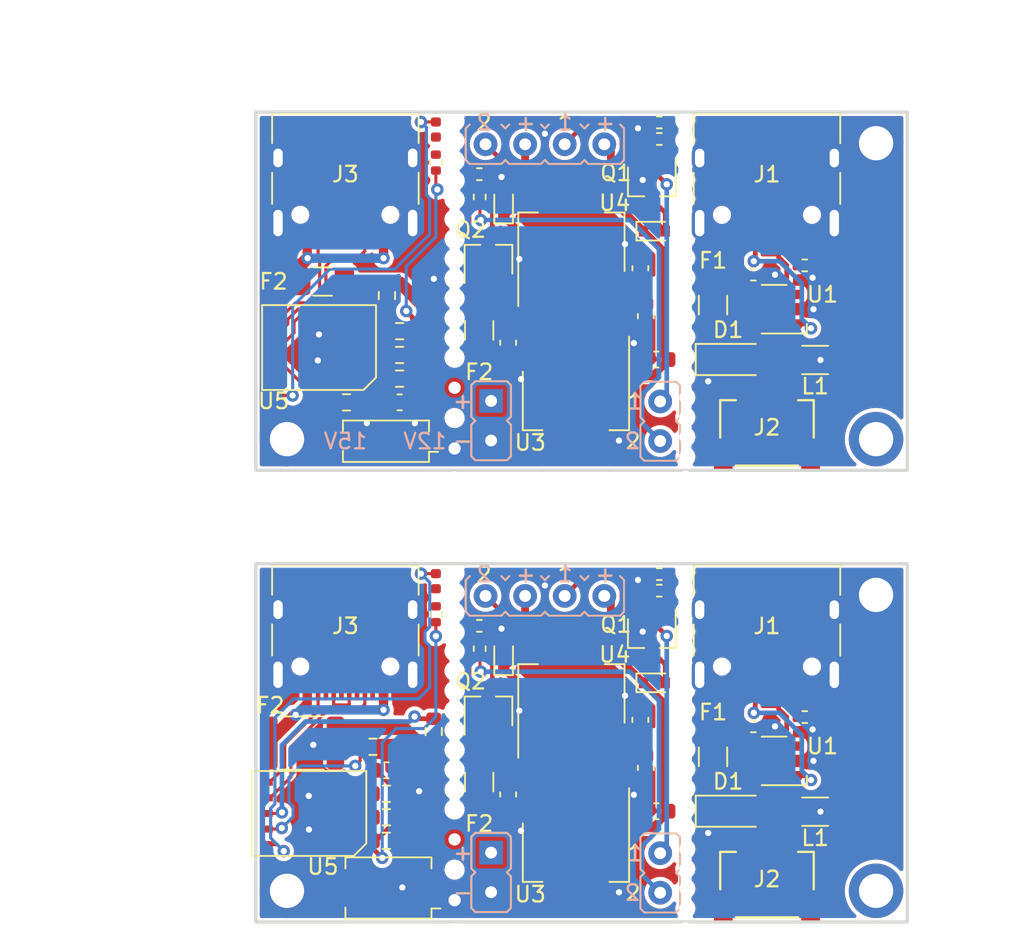
<source format=kicad_pcb>
(kicad_pcb (version 20211014) (generator pcbnew)
  (layers (0 "F.Cu" signal) (31 "B.Cu" signal) (34 "B.Paste" user) (35 "F.Paste" user) (36 "B.SilkS" user "B.Silkscreen") (37 "F.SilkS" user "F.Silkscreen") (38 "B.Mask" user) (39 "F.Mask" user) (44 "Edge.Cuts" user))
  (net 0 "")
  (net 1 "GNDPWR")
  (net 2 "VBUS")
  (net 3 "+12V")
  (net 4 "VCC")
  (net 5 "GND")
  (net 6 "D+")
  (net 7 "D-")
  (net 8 "CC1")
  (net 9 "CC2")
  (net 10 "S1")
  (net 11 "S2")
  (net 12 "S1_MOS")
  (net 13 "S2_MOS")
  (net 14 "S1_OUT")
  (net 15 "S2_OUT")
  (net 16 "VDD")
  (net 17 "VBUS_IN")
  (net 18 "CFG2")
  (net 19 "CFG3")
  (net 20 "CFG1")
  (net 21 "PG")
  (net 22 "LED_PWR")
  (footprint "Package_TO_SOT_SMD:SOT-223" (layer "F.Cu") (at 40.248815 28.357657 90)
    (fp_text reference "U4")
    (fp_text value "C26184")
  )
  (footprint "Resistor_SMD:R_0402_1005Metric" (layer "F.Cu") (at 51.925892 30.436168)
    (fp_text reference "R2" hide)
    (fp_text value "5.1k")
  )
  (footprint "Resistor_SMD:R_0402_1005Metric" (layer "F.Cu") (at 51.925892 59.436168)
    (fp_text reference "R2" hide)
    (fp_text value "5.1k")
  )
  (footprint "Connector_USB:USB_C_Receptacle_HRO_TYPE-C-31-M-12" (layer "F.Cu") (at 25.745327 23.994483 180)
    (fp_text reference "J3")
    (fp_text value "USB_C_Receptacle_HRO_TYPE-C-31-M-12")
  )
  (footprint "Fuse:Fuse_1206_3216Metric" (layer "F.Cu") (at 49.337601 61.393986 -90)
    (fp_text reference "F1")
    (fp_text value "500mA")
  )
  (footprint "Resistor_SMD:R_0603_1608Metric" (layer "F.Cu") (at 28.411513 31.784925 90)
    (fp_text reference "REF**3" hide)
    (fp_text value "R_0603_1608Metric")
  )
  (footprint "Diode_SMD:D_SOD-123F" (layer "F.Cu") (at 50.428731 35.887041)
    (fp_text reference "D1")
    (fp_text value "SMF9.0CA")
  )
  (footprint "Capacitor_SMD:C_0603_1608Metric" (layer "F.Cu") (at 44.674739 30.025943 -90)
    (fp_text reference "C4" hide)
    (fp_text value "10uF")
  )
  (footprint "Package_SO:SSOP-10-1.0pitch" (layer "F.Cu") (at 23.433132 65.033442 90)
    (fp_text reference "U5")
    (fp_text value "CH224K")
  )
  (footprint "random-keyboard-parts:breakaway-mousebites" (layer "F.Cu") (at 32.5 63.5 -90)
    (fp_text reference "REF**")
    (fp_text value "breakaway-mousebites")
  )
  (footprint "Resistor_SMD:R_0603_1608Metric" (layer "F.Cu") (at 29.226665 37.11598 180)
    (fp_text reference "REF**4" hide)
    (fp_text value "R_0603_1608Metric")
  )
  (footprint "Connector_USB:USB_C_Receptacle_HRO_TYPE-C-31-M-12" (layer "F.Cu") (at 52.8 53 180)
    (fp_text reference "J1")
    (fp_text value "USB_C_Receptacle_HRO_TYPE-C-31-M-12")
  )
  (footprint "acheron_Connectors:PinHeader_1x2_P2.54mm_Vertical" (layer "F.Cu") (at 45.947089 39.85295)
    (fp_text reference "J3" hide)
    (fp_text value "Conn_01x02_Male" hide)
  )
  (footprint "" (layer "F.Cu") (at 59.8 22)
    (fp_text reference "")
    (fp_text value "")
  )
  (footprint "Diode_SMD:D_SOD-523" (layer "F.Cu") (at 45.571597 27.64602)
    (fp_text reference "D1" hide)
    (fp_text value "2.2k")
  )
  (footprint "Resistor_SMD:R_0402_1005Metric" (layer "F.Cu") (at 34.366538 54.45424 90)
    (fp_text reference "R6" hide)
    (fp_text value "2.2k")
  )
  (footprint "Fuse:Fuse_1206_3216Metric" (layer "F.Cu") (at 49.337601 32.393986 -90)
    (fp_text reference "F1")
    (fp_text value "500mA")
  )
  (footprint "Resistor_SMD:R_0603_1608Metric" (layer "F.Cu") (at 29.226665 34.067155 180)
    (fp_text reference "REF**1" hide)
    (fp_text value "R_0603_1608Metric")
  )
  (footprint "Diode_SMD:D_SOD-523" (layer "F.Cu") (at 45.571597 56.64602)
    (fp_text reference "D1" hide)
    (fp_text value "2.2k")
  )
  (footprint "Resistor_SMD:R_0402_1005Metric" (layer "F.Cu") (at 34.343363 23.987492 180)
    (fp_text reference "R4" hide)
    (fp_text value "2.2k")
  )
  (footprint "" (layer "F.Cu") (at 59.8 25.847628)
    (fp_text reference "")
    (fp_text value "")
  )
  (footprint "Resistor_SMD:R_0402_1005Metric" (layer "F.Cu") (at 34.343363 52.987492 180)
    (fp_text reference "R4" hide)
    (fp_text value "2.2k")
  )
  (footprint "Fuse:Fuse_1206_3216Metric" (layer "F.Cu") (at 24.280485 30.879982)
    (fp_text reference "F2")
    (fp_text value "Fuse_1206_3216Metric")
  )
  (footprint "Capacitor_SMD:C_0603_1608Metric" (layer "F.Cu") (at 36.188311 34.813473 90)
    (fp_text reference "C1" hide)
    (fp_text value "10uF")
  )
  (footprint "acheron_Connectors:PinHeader_1x4_P2.54mm_Vertical" (layer "F.Cu") (at 38.549985 51.066568 90)
    (fp_text reference "J3" hide)
    (fp_text value "Conn_01x02_Male" hide)
  )
  (footprint "Resistor_SMD:R_0402_1005Metric" (layer "F.Cu") (at 45.888972 20.664898)
    (fp_text reference "R3" hide)
    (fp_text value "2.2k")
  )
  (footprint "Capacitor_SMD:C_0603_1608Metric" (layer "F.Cu") (at 45.699966 64.888436)
    (fp_text reference "C3" hide)
    (fp_text value "10uF")
  )
  (footprint "" (layer "F.Cu") (at 22 41)
    (fp_text reference "")
    (fp_text value "")
  )
  (footprint "Capacitor_SMD:C_0603_1608Metric" (layer "F.Cu") (at 45.027421 62.105761 90)
    (fp_text reference "C2" hide)
    (fp_text value "10uF")
  )
  (footprint "Resistor_SMD:R_0402_1005Metric" (layer "F.Cu") (at 45.888972 50.72821)
    (fp_text reference "R5" hide)
    (fp_text value "2.2k")
  )
  (footprint "Button_Switch_SMD:SW_DIP_SPSTx02_Slide_Copal_CHS-02A_W5.08mm_P1.27mm_JPin" (layer "F.Cu") (at 28.508952 69.81584 180)
    (fp_text reference "REF**" hide)
    (fp_text value "SW_DIP_SPSTx02_Slide_Copal_CHS-02A_W5.08mm_P1.27mm_JPin")
  )
  (footprint "Resistor_SMD:R_0603_1608Metric" (layer "F.Cu") (at 31.412619 59.775513 -90)
    (fp_text reference "REF**3" hide)
    (fp_text value "R_0603_1608Metric")
  )
  (footprint "Fuse:Fuse_1812_4532Metric" (layer "F.Cu") (at 22.967024 60.512946)
    (fp_text reference "F2")
    (fp_text value "Fuse_1812_4532Metric")
  )
  (footprint "Capacitor_SMD:C_0603_1608Metric" (layer "F.Cu") (at 29.226665 38.63846)
    (fp_text reference "REF**" hide)
    (fp_text value "C_0603_1608Metric")
  )
  (footprint "random-keyboard-parts:breakaway-mousebites" (layer "F.Cu") (at 47.308073 34.448204 -90)
    (fp_text reference "REF**")
    (fp_text value "breakaway-mousebites")
  )
  (footprint "Fuse:Fuse_1206_3216Metric" (layer "F.Cu") (at 34.331274 63.014304 90)
    (fp_text reference "F2")
    (fp_text value "Fuse_1206_3216Metric")
  )
  (footprint "Resistor_SMD:R_0603_1608Metric" (layer "F.Cu") (at 28.381515 63.768232 180)
    (fp_text reference "REF**1" hide)
    (fp_text value "R_0603_1608Metric")
  )
  (footprint "Capacitor_SMD:C_0603_1608Metric" (layer "F.Cu") (at 45.699966 35.888436)
    (fp_text reference "C3" hide)
    (fp_text value "10uF")
  )
  (footprint "Diode_SMD:D_SOD-523" (layer "F.Cu") (at 35.90011 25.998535 90)
    (fp_text reference "D2" hide)
    (fp_text value "2.2k")
  )
  (footprint "random-keyboard-parts:JST-SR-4" (layer "F.Cu") (at 52.8 42.9)
    (fp_text reference "J2")
    (fp_text value "JST-SR-4")
  )
  (footprint "" (layer "F.Cu") (at 59.8 54.847628)
    (fp_text reference "")
    (fp_text value "")
  )
  (footprint "" (layer "F.Cu") (at 59.8 51)
    (fp_text reference "")
    (fp_text value "")
  )
  (footprint "" (layer "F.Cu") (at 22 70)
    (fp_text reference "")
    (fp_text value "")
  )
  (footprint "Diode_SMD:D_SOD-523" (layer "F.Cu") (at 35.90011 54.998535 90)
    (fp_text reference "D2" hide)
    (fp_text value "2.2k")
  )
  (footprint "Resistor_SMD:R_0603_1608Metric" (layer "F.Cu") (at 27.513967 60.751978 180)
    (fp_text reference "REF**" hide)
    (fp_text value "R_0603_1608Metric")
  )
  (footprint "Package_TO_SOT_SMD:TSOT-23" (layer "F.Cu") (at 34.906621 58.47557 90)
    (fp_text reference "Q2")
    (fp_text value "TSOT-23")
  )
  (footprint "random-keyboard-parts:JST-SR-4" (layer "F.Cu") (at 52.8 71.9)
    (fp_text reference "J2")
    (fp_text value "JST-SR-4")
  )
  (footprint "Inductor_SMD:L_1206_3216Metric" (layer "F.Cu") (at 55.889559 35.918338)
    (fp_text reference "L1")
    (fp_text value "L_1206_3216Metric")
  )
  (footprint "Resistor_SMD:R_0402_1005Metric" (layer "F.Cu") (at 55.225796 29.843697)
    (fp_text reference "R1" hide)
    (fp_text value "5.1k")
  )
  (footprint "Capacitor_SMD:C_0603_1608Metric" (layer "F.Cu") (at 28.381515 62.26113)
    (fp_text reference "REF**" hide)
    (fp_text value "C_0603_1608Metric")
  )
  (footprint "Resistor_SMD:R_0402_1005Metric" (layer "F.Cu") (at 34.366538 25.45424 90)
    (fp_text reference "R6" hide)
    (fp_text value "2.2k")
  )
  (footprint "Resistor_SMD:R_0603_1608Metric" (layer "F.Cu") (at 25.817837 38.63846 180)
    (fp_text reference "REF**" hide)
    (fp_text value "R_0603_1608Metric")
  )
  (footprint "Resistor_SMD:R_0402_1005Metric" (layer "F.Cu") (at 31.553823 52.243246 90)
    (fp_text reference "REF**" hide)
    (fp_text value "R_0402_1005Metric")
  )
  (footprint "marbastlib-various:SOT-23-6-routable" (layer "F.Cu") (at 53.26005 32.658296 180)
    (fp_text reference "U1")
    (fp_text value "SRV05-4")
  )
  (footprint "Connector_USB:USB_C_Receptacle_HRO_TYPE-C-31-M-12" (layer "F.Cu") (at 52.8 24 180)
    (fp_text reference "J1")
    (fp_text value "USB_C_Receptacle_HRO_TYPE-C-31-M-12")
  )
  (footprint "Package_TO_SOT_SMD:TSOT-23" (layer "F.Cu") (at 45.428718 24.459642 -90)
    (fp_text reference "Q1")
    (fp_text value "TSOT-23")
  )
  (footprint "Resistor_SMD:R_0402_1005Metric" (layer "F.Cu") (at 31.553823 23.243246 90)
    (fp_text reference "REF**" hide)
    (fp_text value "R_0402_1005Metric")
  )
  (footprint "marbastlib-various:SOT-23-6-routable" (layer "F.Cu") (at 53.26005 61.658296 180)
    (fp_text reference "U1")
    (fp_text value "SRV05-4")
  )
  (footprint "Diode_SMD:D_SOD-123F" (layer "F.Cu") (at 50.428731 64.887041)
    (fp_text reference "D1")
    (fp_text value "SMF9.0CA")
  )
  (footprint "acheron_Connectors:PinHeader_1x2_P2.54mm_Vertical" (layer "F.Cu") (at 35.096888 39.817793)
    (fp_text reference "J3" hide)
    (fp_text value "Conn_01x02_Male" hide)
  )
  (footprint "Resistor_SMD:R_0402_1005Metric" (layer "F.Cu") (at 45.888972 49.664898)
    (fp_text reference "R3" hide)
    (fp_text value "2.2k")
  )
  (footprint "Inductor_SMD:L_1206_3216Metric" (layer "F.Cu") (at 55.889559 64.918338)
    (fp_text reference "L1")
    (fp_text value "L_1206_3216Metric")
  )
  (footprint "Package_TO_SOT_SMD:TSOT-23" (layer "F.Cu") (at 45.428718 53.459642 -90)
    (fp_text reference "Q1")
    (fp_text value "TSOT-23")
  )
  (footprint "Capacitor_SMD:C_0603_1608Metric" (layer "F.Cu") (at 36.188311 63.813473 90)
    (fp_text reference "C1" hide)
    (fp_text value "10uF")
  )
  (footprint "Package_SO:SSOP-10-1.0pitch" (layer "F.Cu") (at 24.056076 35.116729 90)
    (fp_text reference "U5")
    (fp_text value "CH224K")
  )
  (footprint "Resistor_SMD:R_0603_1608Metric" (layer "F.Cu") (at 28.381515 66.786535 180)
    (fp_text reference "REF**4" hide)
    (fp_text value "R_0603_1608Metric")
  )
  (footprint "Resistor_SMD:R_0603_1608Metric" (layer "F.Cu") (at 29.226665 35.594249 180)
    (fp_text reference "REF**" hide)
    (fp_text value "R_0603_1608Metric")
  )
  (footprint "Resistor_SMD:R_0603_1608Metric" (layer "F.Cu") (at 28.381515 65.277384 180)
    (fp_text reference "REF**" hide)
    (fp_text value "R_0603_1608Metric")
  )
  (footprint "Button_Switch_SMD:SW_DIP_SPSTx01_Slide_Copal_CHS-01A_W5.08mm_P1.27mm_JPin" (layer "F.Cu") (at 28.351059 41.133663 180)
    (fp_text reference "REF**" hide)
    (fp_text value "SW_DIP_SPSTx01_Slide_Copal_CHS-01A_W5.08mm_P1.27mm_JPin")
  )
  (footprint "Resistor_SMD:R_0402_1005Metric" (layer "F.Cu") (at 45.888972 21.72821)
    (fp_text reference "R5" hide)
    (fp_text value "2.2k")
  )
  (footprint "LED_SMD:LED_0402_1005Metric" (layer "F.Cu") (at 31.553823 50.121001 -90)
    (fp_text reference "REF**" hide)
    (fp_text value "LED_0402_1005Metric")
  )
  (footprint "acheron_Connectors:PinHeader_1x2_P2.54mm_Vertical" (layer "F.Cu") (at 35.096888 68.817793)
    (fp_text reference "J3" hide)
    (fp_text value "Conn_01x02_Male" hide)
  )
  (footprint "random-keyboard-parts:breakaway-mousebites" (layer "F.Cu") (at 32.5 34.5 -90)
    (fp_text reference "REF**")
    (fp_text value "breakaway-mousebites")
  )
  (footprint "Package_TO_SOT_SMD:SOT-223" (layer "F.Cu") (at 40.248815 57.357657 90)
    (fp_text reference "U4")
    (fp_text value "C26184")
  )
  (footprint "LED_SMD:LED_0402_1005Metric" (layer "F.Cu") (at 31.553823 21.121001 -90)
    (fp_text reference "REF**" hide)
    (fp_text value "LED_0402_1005Metric")
  )
  (footprint "Fuse:Fuse_1206_3216Metric" (layer "F.Cu") (at 34.331274 34.014304 90)
    (fp_text reference "F2")
    (fp_text value "Fuse_1206_3216Metric")
  )
  (footprint "Capacitor_SMD:C_0603_1608Metric" (layer "F.Cu") (at 45.027421 33.105761 90)
    (fp_text reference "C2" hide)
    (fp_text value "10uF")
  )
  (footprint "Resistor_SMD:R_0402_1005Metric" (layer "F.Cu") (at 55.225796 58.843697)
    (fp_text reference "R1" hide)
    (fp_text value "5.1k")
  )
  (footprint "random-keyboard-parts:breakaway-mousebites" (layer "F.Cu") (at 47.308073 63.448204 -90)
    (fp_text reference "REF**")
    (fp_text value "breakaway-mousebites")
  )
  (footprint "acheron_Connectors:PinHeader_1x2_P2.54mm_Vertical" (layer "F.Cu") (at 45.947089 68.85295)
    (fp_text reference "J3" hide)
    (fp_text value "Conn_01x02_Male" hide)
  )
  (footprint "Connector_USB:USB_C_Receptacle_HRO_TYPE-C-31-M-12" (layer "F.Cu") (at 25.745327 52.994483 180)
    (fp_text reference "J3")
    (fp_text value "USB_C_Receptacle_HRO_TYPE-C-31-M-12")
  )
  (footprint "Capacitor_SMD:C_0603_1608Metric" (layer "F.Cu") (at 44.674739 59.025943 -90)
    (fp_text reference "C4" hide)
    (fp_text value "10uF")
  )
  (footprint "Package_TO_SOT_SMD:TSOT-23" (layer "F.Cu") (at 34.906621 29.47557 90)
    (fp_text reference "Q2")
    (fp_text value "TSOT-23")
  )
  (footprint "Package_TO_SOT_SMD:SOT-223" (layer "F.Cu") (at 40.541743 67.517228 -90)
    (fp_text reference "U3")
    (fp_text value "C26184")
  )
  (footprint "acheron_Connectors:PinHeader_1x4_P2.54mm_Vertical" (layer "F.Cu") (at 38.549985 22.066568 90)
    (fp_text reference "J3" hide)
    (fp_text value "Conn_01x02_Male" hide)
  )
  (footprint "Package_TO_SOT_SMD:SOT-223" (layer "F.Cu") (at 40.541743 38.517228 -90)
    (fp_text reference "U3")
    (fp_text value "C26184")
  )
  (gr_rect (start 20 20) (end 61.8 43) (layer "Edge.Cuts") (width 0.2) (fill none))
  (gr_rect (start 20 49) (end 61.8 72) (layer "Edge.Cuts") (width 0.2) (fill none))
  (segment (start 53.309684 30.436168) (end 52.435892 30.436168) (width 0.5) (layer "F.Cu") (net 1))
  (segment (start 55.727161 58.852332) (end 55.735796 58.843697) (width 0.5) (layer "F.Cu") (net 1))
  (segment (start 56.232952 35.91822) (end 57.464441 35.91822) (width 0.5) (layer "F.Cu") (net 1))
  (segment (start 55.727161 30.635683) (end 55.727161 29.852332) (width 0.5) (layer "F.Cu") (net 1))
  (segment (start 57.464441 35.91822) (end 57.464559 35.918338) (width 0.5) (layer "F.Cu") (net 1))
  (segment (start 49.028731 66.287238) (end 49.028731 64.887041) (width 0.5) (layer "F.Cu") (net 1))
  (segment (start 56.232952 64.91822) (end 57.464441 64.91822) (width 0.5) (layer "F.Cu") (net 1))
  (segment (start 55.727161 59.635683) (end 55.727161 58.852332) (width 0.5) (layer "F.Cu") (net 1))
  (segment (start 53.316179 30.442663) (end 53.309684 30.436168) (width 0.5) (layer "F.Cu") (net 1))
  (segment (start 55.78295 32.658296) (end 54.43505 32.658296) (width 0.5) (layer "F.Cu") (net 1))
  (segment (start 53.309684 59.436168) (end 52.435892 59.436168) (width 0.5) (layer "F.Cu") (net 1))
  (segment (start 49.028731 37.287238) (end 49.028731 35.887041) (width 0.5) (layer "F.Cu") (net 1))
  (segment (start 57.464441 64.91822) (end 57.464559 64.918338) (width 0.5) (layer "F.Cu") (net 1))
  (segment (start 53.316179 59.442663) (end 53.309684 59.436168) (width 0.5) (layer "F.Cu") (net 1))
  (segment (start 55.727161 29.852332) (end 55.735796 29.843697) (width 0.5) (layer "F.Cu") (net 1))
  (segment (start 55.78295 61.658296) (end 54.43505 61.658296) (width 0.5) (layer "F.Cu") (net 1))
  (via (at 55.78295 61.658296) (size 0.8) (drill 0.4) (layers "F.Cu" "B.Cu") (net 1))
  (via (at 55.727161 59.635683) (size 0.8) (drill 0.4) (layers "F.Cu" "B.Cu") (net 1))
  (via (at 56.232952 35.91822) (size 0.8) (drill 0.4) (layers "F.Cu" "B.Cu") (net 1))
  (via (at 49.028731 66.287238) (size 0.8) (drill 0.4) (layers "F.Cu" "B.Cu") (net 1))
  (via (at 53.316179 59.442663) (size 0.8) (drill 0.4) (layers "F.Cu" "B.Cu") (net 1))
  (via (at 56.232952 64.91822) (size 0.8) (drill 0.4) (layers "F.Cu" "B.Cu") (net 1))
  (via (at 53.316179 30.442663) (size 0.8) (drill 0.4) (layers "F.Cu" "B.Cu") (net 1))
  (via (at 49.028731 37.287238) (size 0.8) (drill 0.4) (layers "F.Cu" "B.Cu") (net 1))
  (via (at 55.727161 30.635683) (size 0.8) (drill 0.4) (layers "F.Cu" "B.Cu") (net 1))
  (via (at 55.78295 32.658296) (size 0.8) (drill 0.4) (layers "F.Cu" "B.Cu") (net 1))
  (segment (start 55.25 27.298098) (end 55.25 28.045) (width 0.4) (layer "F.Cu") (net 2))
  (segment (start 28.195327 57.039483) (end 28.195327 58.381479) (width 0.6) (layer "F.Cu") (net 2))
  (segment (start 55.25 56.298098) (end 55.25 57.045) (width 0.4) (layer "F.Cu") (net 2))
  (segment (start 49.910001 59.993986) (end 49.337601 59.993986) (width 0.5) (layer "F.Cu") (net 2))
  (segment (start 50.35 57.045) (end 50.35 58.123271) (width 0.5) (layer "F.Cu") (net 2))
  (segment (start 50.35 57.045) (end 50.35 56.255339) (width 0.4) (layer "F.Cu") (net 2))
  (segment (start 51.515025 32.658296) (end 52.08505 32.658296) (width 0.5) (layer "F.Cu") (net 2))
  (segment (start 54.371902 26.42) (end 55.25 27.298098) (width 0.4) (layer "F.Cu") (net 2))
  (segment (start 50.679838 31.823109) (end 51.515025 32.658296) (width 0.5) (layer "F.Cu") (net 2))
  (segment (start 54.371902 55.42) (end 55.25 56.298098) (width 0.4) (layer "F.Cu") (net 2))
  (segment (start 22.576489 58.700986) (end 23.295327 57.982148) (width 0.6) (layer "F.Cu") (net 2))
  (segment (start 50.679838 59.224149) (end 49.910001 59.993986) (width 0.5) (layer "F.Cu") (net 2))
  (segment (start 50.35 58.123271) (end 50.679838 58.453109) (width 0.5) (layer "F.Cu") (net 2))
  (segment (start 28.195327 28.039483) (end 28.195327 29.381479) (width 0.6) (layer "F.Cu") (net 2))
  (segment (start 22.559015 58.700986) (end 20.829524 60.430477) (width 0.8) (layer "F.Cu") (net 2))
  (segment (start 22.559015 58.700986) (end 22.576489 58.700986) (width 0.6) (layer "F.Cu") (net 2))
  (segment (start 50.679838 30.224149) (end 50.679838 31.823109) (width 0.5) (layer "F.Cu") (net 2))
  (segment (start 50.679838 60.823109) (end 51.515025 61.658296) (width 0.5) (layer "F.Cu") (net 2))
  (segment (start 51.185339 55.42) (end 54.371902 55.42) (width 0.4) (layer "F.Cu") (net 2))
  (segment (start 22.880485 29.825524) (end 22.880485 30.879982) (width 0.8) (layer "F.Cu") (net 2))
  (segment (start 50.35 56.255339) (end 51.185339 55.42) (width 0.4) (layer "F.Cu") (net 2))
  (segment (start 51.515025 61.658296) (end 52.08505 61.658296) (width 0.5) (layer "F.Cu") (net 2))
  (segment (start 50.679838 58.453109) (end 50.679838 59.224149) (width 0.5) (layer "F.Cu") (net 2))
  (segment (start 20.829524 60.430477) (end 20.829524 60.512946) (width 0.8) (layer "F.Cu") (net 2))
  (segment (start 50.679838 30.224149) (end 49.910001 30.993986) (width 0.5) (layer "F.Cu") (net 2))
  (segment (start 50.35 28.045) (end 50.35 29.123271) (width 0.5) (layer "F.Cu") (net 2))
  (segment (start 50.679838 59.224149) (end 50.679838 60.823109) (width 0.5) (layer "F.Cu") (net 2))
  (segment (start 50.35 27.255339) (end 51.185339 26.42) (width 0.4) (layer "F.Cu") (net 2))
  (segment (start 23.295327 57.982148) (end 23.295327 57.039483) (width 0.6) (layer "F.Cu") (net 2))
  (segment (start 50.679838 29.453109) (end 50.679838 30.224149) (width 0.5) (layer "F.Cu") (net 2))
  (segment (start 50.35 29.123271) (end 50.679838 29.453109) (width 0.5) (layer "F.Cu") (net 2))
  (segment (start 23.32453 29.381479) (end 22.880485 29.825524) (width 0.8) (layer "F.Cu") (net 2))
  (segment (start 51.185339 26.42) (end 54.371902 26.42) (width 0.4) (layer "F.Cu") (net 2))
  (segment (start 49.910001 30.993986) (end 49.337601 30.993986) (width 0.5) (layer "F.Cu") (net 2))
  (segment (start 50.35 28.045) (end 50.35 27.255339) (width 0.4) (layer "F.Cu") (net 2))
  (segment (start 23.295327 29.352276) (end 23.295327 28.039483) (width 0.6) (layer "F.Cu") (net 2))
  (via (at 28.195327 29.381479) (size 0.8) (drill 0.4) (layers "F.Cu" "B.Cu") (net 2))
  (via (at 28.195327 58.381479) (size 0.8) (drill 0.4) (layers "F.Cu" "B.Cu") (net 2))
  (via (at 22.559015 58.700986) (size 0.8) (drill 0.4) (layers "F.Cu" "B.Cu") (net 2))
  (via (at 23.32453 29.381479) (size 0.8) (drill 0.4) (layers "F.Cu" "B.Cu") (net 2))
  (segment (start 22.559015 58.700986) (end 22.878522 58.381479) (width 0.6) (layer "B.Cu") (net 2))
  (segment (start 28.195327 29.381479) (end 23.32453 29.381479) (width 0.6) (layer "B.Cu") (net 2))
  (segment (start 22.878522 58.381479) (end 28.195327 58.381479) (width 0.6) (layer "B.Cu") (net 2))
  (segment (start 40.248815 60.04724) (end 40.359232 60.04724) (width 0.5) (layer "F.Cu") (net 3))
  (segment (start 40.541743 64.838024) (end 41.675151 65.971432) (width 0.5) (layer "F.Cu") (net 3))
  (segment (start 40.359232 60.04724) (end 41.391865 59.014607) (width 0.5) (layer "F.Cu") (net 3))
  (segment (start 41.391865 30.014607) (end 43.838403 30.014607) (width 0.5) (layer "F.Cu") (net 3))
  (segment (start 40.248815 31.04724) (end 40.359232 31.04724) (width 0.5) (layer "F.Cu") (net 3))
  (segment (start 40.541743 35.367228) (end 40.541743 35.838024) (width 0.5) (layer "F.Cu") (net 3))
  (segment (start 37.279985 25.31866) (end 35.90011 26.698535) (width 0.5) (layer "F.Cu") (net 3))
  (segment (start 37.279985 22.066568) (end 37.279985 25.31866) (width 0.5) (layer "F.Cu") (net 3))
  (segment (start 46.150047 35.513517) (end 46.150047 28.92447) (width 0.5) (layer "F.Cu") (net 3))
  (segment (start 37.279985 54.31866) (end 35.90011 55.698535) (width 0.5) (layer "F.Cu") (net 3))
  (segment (start 40.359232 31.04724) (end 41.391865 30.014607) (width 0.5) (layer "F.Cu") (net 3))
  (segment (start 37.279985 51.066568) (end 37.279985 54.31866) (width 0.5) (layer "F.Cu") (net 3))
  (segment (start 46.150047 28.92447) (end 42.782173 25.556596) (width 0.5) (layer "F.Cu") (net 3))
  (segment (start 40.541743 64.367228) (end 40.541743 64.838024) (width 0.5) (layer "F.Cu") (net 3))
  (segment (start 46.524966 64.888436) (end 46.150047 64.513517) (width 0.5) (layer "F.Cu") (net 3))
  (segment (start 46.150047 64.513517) (end 46.150047 57.92447) (width 0.5) (layer "F.Cu") (net 3))
  (segment (start 46.524966 35.888436) (end 46.150047 35.513517) (width 0.5) (layer "F.Cu") (net 3))
  (segment (start 43.838403 30.014607) (end 44.674739 30.850943) (width 0.5) (layer "F.Cu") (net 3))
  (segment (start 41.675151 36.971432) (end 45.44197 36.971432) (width 0.5) (layer "F.Cu") (net 3))
  (segment (start 35.90011 55.698535) (end 40.248815 60.04724) (width 0.5) (layer "F.Cu") (net 3))
  (segment (start 42.782173 51.488756) (end 42.359985 51.066568) (width 0.5) (layer "F.Cu") (net 3))
  (segment (start 41.391865 59.014607) (end 43.838403 59.014607) (width 0.5) (layer "F.Cu") (net 3))
  (segment (start 42.782173 22.488756) (end 42.359985 22.066568) (width 0.5) (layer "F.Cu") (net 3))
  (segment (start 42.782173 54.556596) (end 42.782173 51.488756) (width 0.5) (layer "F.Cu") (net 3))
  (segment (start 43.838403 59.014607) (end 44.674739 59.850943) (width 0.5) (layer "F.Cu") (net 3))
  (segment (start 41.675151 65.971432) (end 45.44197 65.971432) (width 0.5) (layer "F.Cu") (net 3))
  (segment (start 45.44197 36.971432) (end 46.524966 35.888436) (width 0.5) (layer "F.Cu") (net 3))
  (segment (start 40.541743 35.838024) (end 41.675151 36.971432) (width 0.5) (layer "F.Cu") (net 3))
  (segment (start 46.150047 57.92447) (end 42.782173 54.556596) (width 0.5) (layer "F.Cu") (net 3))
  (segment (start 42.782173 25.556596) (end 42.782173 22.488756) (width 0.5) (layer "F.Cu") (net 3))
  (segment (start 45.44197 65.971432) (end 46.524966 64.888436) (width 0.5) (layer "F.Cu") (net 3))
  (segment (start 35.90011 26.698535) (end 40.248815 31.04724) (width 0.5) (layer "F.Cu") (net 3))
  (segment (start 24.605122 32.244444) (end 23.80139 33.048176) (width 0.2) (layer "F.Cu") (net 4))
  (segment (start 49.735676 62.793986) (end 51.828731 64.887041) (width 0.5) (layer "F.Cu") (net 4))
  (segment (start 28.046032 32.244444) (end 24.605122 32.244444) (width 0.2) (layer "F.Cu") (net 4))
  (segment (start 42.676589 31.835431) (end 42.548815 31.707657) (width 0.7) (layer "F.Cu") (net 4))
  (segment (start 36.248983 33.981301) (end 37.63491 35.367228) (width 0.7) (layer "F.Cu") (net 4))
  (segment (start 35.698271 33.981301) (end 36.248983 33.981301) (width 0.7) (layer "F.Cu") (net 4))
  (segment (start 37.63491 35.367228) (end 38.241743 35.367228) (width 0.7) (layer "F.Cu") (net 4))
  (segment (start 36.509272 61.614304) (end 37.224172 62.329204) (width 0.7) (layer "F.Cu") (net 4))
  (segment (start 21.610886 65.033442) (end 20.683132 65.033442) (width 0.2) (layer "F.Cu") (net 4))
  (segment (start 43.978978 62.329204) (end 45.027421 61.280761) (width 0.7) (layer "F.Cu") (net 4))
  (segment (start 30.32661 58.950513) (end 31.412619 58.950513) (width 0.3) (layer "F.Cu") (net 4))
  (segment (start 34.331274 32.614304) (end 36.509272 32.614304) (width 0.7) (layer "F.Cu") (net 4))
  (segment (start 34.331274 61.614304) (end 35.698271 62.981301) (width 0.7) (layer "F.Cu") (net 4))
  (segment (start 30.188184 58.812087) (end 30.32661 58.950513) (width 0.3) (layer "F.Cu") (net 4))
  (segment (start 28.411513 32.609925) (end 28.046032 32.244444) (width 0.2) (layer "F.Cu") (net 4))
  (segment (start 42.676589 60.835431) (end 42.548815 60.707657) (width 0.7) (layer "F.Cu") (net 4))
  (segment (start 51.3 65.415772) (end 51.828731 64.887041) (width 0.5) (layer "F.Cu") (net 4))
  (segment (start 36.509272 32.614304) (end 37.224172 33.329204) (width 0.7) (layer "F.Cu") (net 4))
  (segment (start 51.3 38.125) (end 51.3 36.415772) (width 0.5) (layer "F.Cu") (net 4))
  (segment (start 22.878087 33.048176) (end 22.451955 33.474308) (width 0.2) (layer "F.Cu") (net 4))
  (segment (start 49.337601 33.793986) (end 49.735676 33.793986) (width 0.5) (layer "F.Cu") (net 4))
  (segment (start 21.676379 64.967949) (end 21.610886 65.033442) (width 0.2) (layer "F.Cu") (net 4))
  (segment (start 36.248983 62.981301) (end 37.63491 64.367228) (width 0.7) (layer "F.Cu") (net 4))
  (segment (start 23.80139 33.048176) (end 22.878087 33.048176) (width 0.2) (layer "F.Cu") (net 4))
  (segment (start 21.514956 35.116729) (end 21.306076 35.116729) (width 0.2) (layer "F.Cu") (net 4))
  (segment (start 35.698271 62.981301) (end 36.248983 62.981301) (width 0.7) (layer "F.Cu") (net 4))
  (segment (start 49.735676 33.793986) (end 51.828731 35.887041) (width 0.5) (layer "F.Cu") (net 4))
  (segment (start 37.224172 33.329204) (end 43.978978 33.329204) (width 0.7) (layer "F.Cu") (net 4))
  (segment (start 37.63491 64.367228) (end 38.241743 64.367228) (width 0.7) (layer "F.Cu") (net 4))
  (segment (start 22.451955 33.474308) (end 22.451955 34.17973) (width 0.2) (layer "F.Cu") (net 4))
  (segment (start 34.331274 32.614304) (end 35.698271 33.981301) (width 0.7) (layer "F.Cu") (net 4))
  (segment (start 44.582091 60.835431) (end 42.676589 60.835431) (width 0.7) (layer "F.Cu") (net 4))
  (segment (start 49.337601 62.793986) (end 49.735676 62.793986) (width 0.5) (layer "F.Cu") (net 4))
  (segment (start 37.224172 62.329204) (end 43.978978 62.329204) (width 0.7) (layer "F.Cu") (net 4))
  (segment (start 43.978978 33.329204) (end 45.027421 32.280761) (width 0.7) (layer "F.Cu") (net 4))
  (segment (start 51.3 67.125) (end 51.3 65.415772) (width 0.5) (layer "F.Cu") (net 4))
  (segment (start 45.027421 32.280761) (end 44.582091 31.835431) (width 0.7) (layer "F.Cu") (net 4))
  (segment (start 22.451955 34.17973) (end 21.514956 35.116729) (width 0.2) (layer "F.Cu") (net 4))
  (segment (start 34.331274 61.614304) (end 36.509272 61.614304) (width 0.7) (layer "F.Cu") (net 4))
  (segment (start 44.582091 31.835431) (end 42.676589 31.835431) (width 0.7) (layer "F.Cu") (net 4))
  (segment (start 45.027421 61.280761) (end 44.582091 60.835431) (width 0.7) (layer "F.Cu") (net 4))
  (segment (start 51.3 36.415772) (end 51.828731 35.887041) (width 0.5) (layer "F.Cu") (net 4))
  (via (at 30.188184 58.812087) (size 0.8) (drill 0.4) (layers "F.Cu" "B.Cu") (net 4))
  (via (at 21.676379 64.967949) (size 0.8) (drill 0.4) (layers "F.Cu" "B.Cu") (net 4))
  (segment (start 23.188476 59.131479) (end 21.676379 60.643576) (width 0.3) (layer "B.Cu") (net 4))
  (segment (start 21.676379 60.643576) (end 21.676379 64.967949) (width 0.3) (layer "B.Cu") (net 4))
  (segment (start 30.188184 58.812087) (end 29.868792 59.131479) (width 0.3) (layer "B.Cu") (net 4))
  (segment (start 29.868792 59.131479) (end 23.188476 59.131479) (width 0.3) (layer "B.Cu") (net 4))
  (segment (start 44.52376 21.039441) (end 44.898303 20.664898) (width 0.5) (layer "F.Cu") (net 5))
  (segment (start 35.58453 23.987492) (end 34.853363 23.987492) (width 0.5) (layer "F.Cu") (net 5))
  (segment (start 28.338967 61.443582) (end 28.338967 60.751978) (width 0.5) (layer "F.Cu") (net 5))
  (segment (start 30.479172 63.583787) (end 28.338967 61.443582) (width 0.5) (layer "F.Cu") (net 5))
  (segment (start 44.898303 20.664898) (end 45.378972 20.664898) (width 0.5) (layer "F.Cu") (net 5))
  (segment (start 44.898303 49.664898) (end 45.378972 49.664898) (width 0.5) (layer "F.Cu") (net 5))
  (segment (start 35.76445 53.167412) (end 35.58453 52.987492) (width 0.5) (layer "F.Cu") (net 5))
  (segment (start 35.58453 52.987492) (end 34.853363 52.987492) (width 0.5) (layer "F.Cu") (net 5))
  (segment (start 30.479172 63.6046) (end 30.479172 63.583787) (width 0.5) (layer "F.Cu") (net 5))
  (segment (start 44.52376 50.039441) (end 44.898303 49.664898) (width 0.5) (layer "F.Cu") (net 5))
  (segment (start 54.3 67.125) (end 54.3 64.932897) (width 0.5) (layer "F.Cu") (net 5))
  (segment (start 35.76445 24.167412) (end 35.58453 23.987492) (width 0.5) (layer "F.Cu") (net 5))
  (segment (start 54.3 38.125) (end 54.3 35.932897) (width 0.5) (layer "F.Cu") (net 5))
  (via (at 23.397421 63.904615) (size 0.8) (drill 0.4) (layers "F.Cu" "B.Cu") (net 5))
  (via (at 44.256942 63.835003) (size 0.8) (drill 0.4) (layers "F.Cu" "B.Cu") (net 5))
  (via (at 23.688757 60.625642) (size 0.8) (drill 0.4) (layers "F.Cu" "B.Cu") (net 5))
  (via (at 44.827753 53.360973) (size 0.8) (drill 0.4) (layers "F.Cu" "B.Cu") (net 5))
  (via (at 37.012218 66.148765) (size 0.8) (drill 0.4) (layers "F.Cu" "B.Cu") (net 5))
  (via (at 23.409724 66.063768) (size 0.8) (drill 0.4) (layers "F.Cu" "B.Cu") (net 5))
  (via (at 27.125387 39.974603) (size 0.8) (drill 0.4) (layers "F.Cu" "B.Cu") (net 5))
  (via (at 23.980096 35.947607) (size 0.8) (drill 0.4) (layers "F.Cu" "B.Cu") (net 5))
  (via (at 24.053913 34.277493) (size 0.8) (drill 0.4) (layers "F.Cu" "B.Cu") (net 5))
  (via (at 30.207256 39.980755) (size 0.8) (drill 0.4) (layers "F.Cu" "B.Cu") (net 5))
  (via (at 37.012218 37.148765) (size 0.8) (drill 0.4) (layers "F.Cu" "B.Cu") (net 5))
  (via (at 36.906348 29.439448) (size 0.8) (drill 0.4) (layers "F.Cu" "B.Cu") (net 5))
  (via (at 44.827753 24.360973) (size 0.8) (drill 0.4) (layers "F.Cu" "B.Cu") (net 5))
  (via (at 43.305136 70.093372) (size 0.8) (drill 0.4) (layers "F.Cu" "B.Cu") (net 5))
  (via (at 29.40145 69.782711) (size 0.8) (drill 0.4) (layers "F.Cu" "B.Cu") (net 5))
  (via (at 31.421024 30.704278) (size 0.8) (drill 0.4) (layers "F.Cu" "B.Cu") (net 5))
  (via (at 43.694087 28.474764) (size 0.8) (drill 0.4) (layers "F.Cu" "B.Cu") (net 5))
  (via (at 35.76445 53.167412) (size 0.8) (drill 0.4) (layers "F.Cu" "B.Cu") (net 5))
  (via (at 35.76445 24.167412) (size 0.8) (drill 0.4) (layers "F.Cu" "B.Cu") (net 5))
  (via (at 44.52376 21.039441) (size 0.8) (drill 0.4) (layers "F.Cu" "B.Cu") (net 5))
  (via (at 44.256942 34.835003) (size 0.8) (drill 0.4) (layers "F.Cu" "B.Cu") (net 5))
  (via (at 43.694087 57.474764) (size 0.8) (drill 0.4) (layers "F.Cu" "B.Cu") (net 5))
  (via (at 43.305136 41.093372) (size 0.8) (drill 0.4) (layers "F.Cu" "B.Cu") (net 5))
  (via (at 44.52376 50.039441) (size 0.8) (drill 0.4) (layers "F.Cu" "B.Cu") (net 5))
  (via (at 36.906348 58.439448) (size 0.8) (drill 0.4) (layers "F.Cu" "B.Cu") (net 5))
  (via (at 38.549293 50.391339) (size 0.8) (drill 0.4) (layers "F.Cu" "B.Cu") (net 5))
  (via (at 38.549293 21.391339) (size 0.8) (drill 0.4) (layers "F.Cu" "B.Cu") (net 5))
  (via (at 30.479172 63.6046) (size 0.8) (drill 0.4) (layers "F.Cu" "B.Cu") (net 5))
  (segment (start 53.05 26.97) (end 53.05 28.045) (width 0.3) (layer "F.Cu") (net 6))
  (segment (start 26.495327 56.064483) (end 26.495327 57.039483) (width 0.2) (layer "F.Cu") (net 6))
  (segment (start 53.3 63.743346) (end 53.3 67.125) (width 0.3) (layer "F.Cu") (net 6))
  (segment (start 55.350075 62.608296) (end 54.43505 62.608296) (width 0.3) (layer "F.Cu") (net 6))
  (segment (start 53.05 55.97) (end 53.05 57.045) (width 0.3) (layer "F.Cu") (net 6))
  (segment (start 54.43505 62.608296) (end 53.3 63.743346) (width 0.3) (layer "F.Cu") (net 6))
  (segment (start 51.953943 29.574386) (end 52.05 29.478329) (width 0.3) (layer "F.Cu") (net 6))
  (segment (start 51.953943 58.574386) (end 52.05 58.478329) (width 0.3) (layer "F.Cu") (net 6))
  (segment (start 53.3 34.743346) (end 53.3 38.125) (width 0.3) (layer "F.Cu") (net 6))
  (segment (start 25.545327 56.014483) (end 26.445327 56.014483) (width 0.2) (layer "F.Cu") (net 6))
  (segment (start 52.05 28.045) (end 52.05 26.97) (width 0.3) (layer "F.Cu") (net 6))
  (segment (start 52.05 57.045) (end 52.05 55.97) (width 0.3) (layer "F.Cu") (net 6))
  (segment (start 55.350075 33.608296) (end 54.43505 33.608296) (width 0.3) (layer "F.Cu") (net 6))
  (segment (start 52.05 58.478329) (end 52.05 57.045) (width 0.3) (layer "F.Cu") (net 6))
  (segment (start 52.05 55.97) (end 53.05 55.97) (width 0.3) (layer "F.Cu") (net 6))
  (segment (start 26.445327 56.014483) (end 26.495327 56.064483) (width 0.2) (layer "F.Cu") (net 6))
  (segment (start 52.05 29.478329) (end 52.05 28.045) (width 0.3) (layer "F.Cu") (net 6))
  (segment (start 25.495327 57.039483) (end 25.495327 56.064483) (width 0.2) (layer "F.Cu") (net 6))
  (segment (start 55.625407 33.883628) (end 55.350075 33.608296) (width 0.3) (layer "F.Cu") (net 6))
  (segment (start 55.625407 62.883628) (end 55.350075 62.608296) (width 0.3) (layer "F.Cu") (net 6))
  (segment (start 54.43505 33.608296) (end 53.3 34.743346) (width 0.3) (layer "F.Cu") (net 6))
  (segment (start 25.495327 56.064483) (end 25.545327 56.014483) (width 0.2) (layer "F.Cu") (net 6))
  (segment (start 52.05 26.97) (end 53.05 26.97) (width 0.3) (layer "F.Cu") (net 6))
  (via (at 55.625407 62.883628) (size 0.8) (drill 0.4) (layers "F.Cu" "B.Cu") (net 6))
  (via (at 51.953943 29.574386) (size 0.8) (drill 0.4) (layers "F.Cu" "B.Cu") (net 6))
  (via (at 55.625407 33.883628) (size 0.8) (drill 0.4) (layers "F.Cu" "B.Cu") (net 6))
  (via (at 51.953943 58.574386) (size 0.8) (drill 0.4) (layers "F.Cu" "B.Cu") (net 6))
  (segment (start 55.03295 62.291171) (end 55.625407 62.883628) (width 0.3) (layer "B.Cu") (net 6))
  (segment (start 51.953943 29.574386) (end 53.605203 29.574386) (width 0.3) (layer "B.Cu") (net 6))
  (segment (start 51.953943 58.574386) (end 53.605203 58.574386) (width 0.3) (layer "B.Cu") (net 6))
  (segment (start 53.605203 58.574386) (end 55.03295 60.002133) (width 0.3) (layer "B.Cu") (net 6))
  (segment (start 55.03295 60.002133) (end 55.03295 62.291171) (width 0.3) (layer "B.Cu") (net 6))
  (segment (start 53.605203 29.574386) (end 55.03295 31.002133) (width 0.3) (layer "B.Cu") (net 6))
  (segment (start 55.03295 31.002133) (end 55.03295 33.291171) (width 0.3) (layer "B.Cu") (net 6))
  (segment (start 55.03295 33.291171) (end 55.625407 33.883628) (width 0.3) (layer "B.Cu") (net 6))
  (segment (start 53.250281 60.609911) (end 54.065679 59.794513) (width 0.3) (layer "F.Cu") (net 7))
  (segment (start 52.55 58.12) (end 53.55 58.12) (width 0.3) (layer "F.Cu") (net 7))
  (segment (start 52.55 28.045) (end 52.55 29.019022) (width 0.3) (layer "F.Cu") (net 7))
  (segment (start 52.55 58.019022) (end 52.55 58.12) (width 0.3) (layer "F.Cu") (net 7))
  (segment (start 25.995327 58.014483) (end 25.945327 58.064483) (width 0.2) (layer "F.Cu") (net 7))
  (segment (start 25.045327 58.064483) (end 24.995327 58.014483) (width 0.2) (layer "F.Cu") (net 7))
  (segment (start 52.55 29.12) (end 53.55 29.12) (width 0.3) (layer "F.Cu") (net 7))
  (segment (start 54.065679 58.837366) (end 53.55 58.321687) (width 0.3) (layer "F.Cu") (net 7))
  (segment (start 53.55 58.12) (end 53.55 57.045) (width 0.3) (layer "F.Cu") (net 7))
  (segment (start 53.250281 31.609911) (end 54.065679 30.794513) (width 0.3) (layer "F.Cu") (net 7))
  (segment (start 52.08505 62.608296) (end 52.467157 62.608296) (width 0.3) (layer "F.Cu") (net 7))
  (segment (start 54.065679 29.837366) (end 53.55 29.321687) (width 0.3) (layer "F.Cu") (net 7))
  (segment (start 53.55 29.321687) (end 53.55 29.12) (width 0.3) (layer "F.Cu") (net 7))
  (segment (start 25.995327 57.039483) (end 25.995327 58.014483) (width 0.2) (layer "F.Cu") (net 7))
  (segment (start 52.467157 33.608296) (end 53.250281 32.825172) (width 0.3) (layer "F.Cu") (net 7))
  (segment (start 53.55 58.321687) (end 53.55 58.12) (width 0.3) (layer "F.Cu") (net 7))
  (segment (start 52.3 37.5) (end 52.3 38.125) (width 0.3) (layer "F.Cu") (net 7))
  (segment (start 52.8 37) (end 52.3 37.5) (width 0.3) (layer "F.Cu") (net 7))
  (segment (start 52.08505 33.608296) (end 52.467157 33.608296) (width 0.3) (layer "F.Cu") (net 7))
  (segment (start 53.250281 61.825172) (end 53.250281 60.609911) (width 0.3) (layer "F.Cu") (net 7))
  (segment (start 52.08505 62.608296) (end 52.8 63.323246) (width 0.3) (layer "F.Cu") (net 7))
  (segment (start 24.995327 58.014483) (end 24.995327 57.039483) (width 0.2) (layer "F.Cu") (net 7))
  (segment (start 53.250281 32.825172) (end 53.250281 31.609911) (width 0.3) (layer "F.Cu") (net 7))
  (segment (start 52.8 34.323246) (end 52.8 37) (width 0.3) (layer "F.Cu") (net 7))
  (segment (start 25.945327 58.064483) (end 25.045327 58.064483) (width 0.2) (layer "F.Cu") (net 7))
  (segment (start 52.8 63.323246) (end 52.8 66) (width 0.3) (layer "F.Cu") (net 7))
  (segment (start 52.08505 33.608296) (end 52.8 34.323246) (width 0.3) (layer "F.Cu") (net 7))
  (segment (start 52.8 66) (end 52.3 66.5) (width 0.3) (layer "F.Cu") (net 7))
  (segment (start 52.55 29.019022) (end 52.55 29.12) (width 0.3) (layer "F.Cu") (net 7))
  (segment (start 54.065679 30.794513) (end 54.065679 29.837366) (width 0.3) (layer "F.Cu") (net 7))
  (segment (start 54.065679 59.794513) (end 54.065679 58.837366) (width 0.3) (layer "F.Cu") (net 7))
  (segment (start 53.55 29.12) (end 53.55 28.045) (width 0.3) (layer "F.Cu") (net 7))
  (segment (start 52.3 66.5) (end 52.3 67.125) (width 0.3) (layer "F.Cu") (net 7))
  (segment (start 52.55 57.045) (end 52.55 58.019022) (width 0.3) (layer "F.Cu") (net 7))
  (segment (start 52.467157 62.608296) (end 53.250281 61.825172) (width 0.3) (layer "F.Cu") (net 7))
  (segment (start 22.251016 62.695558) (end 20.978919 63.967655) (width 0.2) (layer "F.Cu") (net 8))
  (segment (start 24.541827 58.464483) (end 22.251016 60.755294) (width 0.2) (layer "F.Cu") (net 8))
  (segment (start 22.051955 33.308622) (end 22.712401 32.648176) (width 0.2) (layer "F.Cu") (net 8))
  (segment (start 54.05 57.045) (end 54.05 58.185291) (width 0.2) (layer "F.Cu") (net 8))
  (segment (start 54.05 28.045) (end 54.05 29.185291) (width 0.2) (layer "F.Cu") (net 8))
  (segment (start 26.710641 29.211575) (end 26.995327 28.926889) (width 0.2) (layer "F.Cu") (net 8))
  (segment (start 26.995327 57.039483) (end 26.995327 58.014483) (width 0.2) (layer "F.Cu") (net 8))
  (segment (start 54.05 58.185291) (end 54.694798 58.830089) (width 0.2) (layer "F.Cu") (net 8))
  (segment (start 21.306076 34.116729) (end 21.536076 34.116729) (width 0.2) (layer "F.Cu") (net 8))
  (segment (start 24.496125 31.787754) (end 24.496125 29.882594) (width 0.2) (layer "F.Cu") (net 8))
  (segment (start 26.545327 58.464483) (end 24.541827 58.464483) (width 0.2) (layer "F.Cu") (net 8))
  (segment (start 22.051955 33.60085) (end 22.051955 33.308622) (width 0.2) (layer "F.Cu") (net 8))
  (segment (start 25.167144 29.211575) (end 26.710641 29.211575) (width 0.2) (layer "F.Cu") (net 8))
  (segment (start 21.536076 34.116729) (end 22.051955 33.60085) (width 0.2) (layer "F.Cu") (net 8))
  (segment (start 22.251016 60.755294) (end 22.251016 62.695558) (width 0.2) (layer "F.Cu") (net 8))
  (segment (start 24.496125 29.882594) (end 25.167144 29.211575) (width 0.2) (layer "F.Cu") (net 8))
  (segment (start 26.995327 58.014483) (end 26.545327 58.464483) (width 0.2) (layer "F.Cu") (net 8))
  (segment (start 23.635704 32.648176) (end 24.496125 31.787754) (width 0.2) (layer "F.Cu") (net 8))
  (segment (start 20.978919 63.967655) (end 20.682908 63.967655) (width 0.2) (layer "F.Cu") (net 8))
  (segment (start 22.712401 32.648176) (end 23.635704 32.648176) (width 0.2) (layer "F.Cu") (net 8))
  (segment (start 26.995327 28.926889) (end 26.995327 28.039483) (width 0.2) (layer "F.Cu") (net 8))
  (segment (start 54.05 29.185291) (end 54.694798 29.830089) (width 0.2) (layer "F.Cu") (net 8))
  (segment (start 22.546716 32.248176) (end 23.470018 32.248176) (width 0.2) (layer "F.Cu") (net 9))
  (segment (start 21.851016 62.06354) (end 21.851016 60.589608) (width 0.2) (layer "F.Cu") (net 9))
  (segment (start 21.851016 60.589608) (end 23.995327 58.445297) (width 0.2) (layer "F.Cu") (net 9))
  (segment (start 24.096125 31.622069) (end 24.096125 29.270882) (width 0.2) (layer "F.Cu") (net 9))
  (segment (start 51.05 58.045453) (end 51.229838 58.225291) (width 0.2) (layer "F.Cu") (net 9))
  (segment (start 51.229838 29.225291) (end 51.229838 30.223105) (width 0.2) (layer "F.Cu") (net 9))
  (segment (start 21.306076 33.116729) (end 21.678162 33.116729) (width 0.2) (layer "F.Cu") (net 9))
  (segment (start 24.096125 29.270882) (end 23.995327 29.170084) (width 0.2) (layer "F.Cu") (net 9))
  (segment (start 51.05 29.045453) (end 51.229838 29.225291) (width 0.2) (layer "F.Cu") (net 9))
  (segment (start 51.05 28.045) (end 51.05 29.045453) (width 0.2) (layer "F.Cu") (net 9))
  (segment (start 51.229838 30.223105) (end 51.414341 30.407608) (width 0.2) (layer "F.Cu") (net 9))
  (segment (start 51.05 57.045) (end 51.05 58.045453) (width 0.2) (layer "F.Cu") (net 9))
  (segment (start 51.229838 58.225291) (end 51.229838 59.223105) (width 0.2) (layer "F.Cu") (net 9))
  (segment (start 23.995327 29.170084) (end 23.995327 28.039483) (width 0.2) (layer "F.Cu") (net 9))
  (segment (start 21.678162 33.116729) (end 22.546716 32.248176) (width 0.2) (layer "F.Cu") (net 9))
  (segment (start 20.946901 62.967655) (end 21.851016 62.06354) (width 0.2) (layer "F.Cu") (net 9))
  (segment (start 20.682908 62.967655) (end 20.946901 62.967655) (width 0.2) (layer "F.Cu") (net 9))
  (segment (start 51.229838 59.223105) (end 51.414341 59.407608) (width 0.2) (layer "F.Cu") (net 9))
  (segment (start 23.995327 58.445297) (end 23.995327 57.039483) (width 0.2) (layer "F.Cu") (net 9))
  (segment (start 23.470018 32.248176) (end 24.096125 31.622069) (width 0.2) (layer "F.Cu") (net 9))
  (segment (start 45.378972 52.649079) (end 45.378972 50.72821) (width 0.3) (layer "F.Cu") (net 10))
  (segment (start 46.36732 53.637427) (end 45.378972 52.649079) (width 0.3) (layer "F.Cu") (net 10))
  (segment (start 46.36732 24.637427) (end 45.378972 23.649079) (width 0.3) (layer "F.Cu") (net 10))
  (segment (start 45.378972 23.649079) (end 45.378972 21.72821) (width 0.3) (layer "F.Cu") (net 10))
  (via (at 46.36732 24.637427) (size 0.8) (drill 0.4) (layers "F.Cu" "B.Cu") (net 10))
  (via (at 46.36732 53.637427) (size 0.8) (drill 0.4) (layers "F.Cu" "B.Cu") (net 10))
  (segment (start 46.36732 38.025345) (end 45.947089 38.445576) (width 0.3) (layer "B.Cu") (net 10))
  (segment (start 46.36732 53.637427) (end 46.36732 67.025345) (width 0.3) (layer "B.Cu") (net 10))
  (segment (start 46.36732 24.637427) (end 46.36732 38.025345) (width 0.3) (layer "B.Cu") (net 10))
  (segment (start 46.36732 67.025345) (end 45.947089 67.445576) (width 0.3) (layer "B.Cu") (net 10))
  (segment (start 34.429961 55.928886) (end 34.383176 55.882101) (width 0.2) (layer "F.Cu") (net 11))
  (segment (start 34.429961 26.928886) (end 34.383176 26.882101) (width 0.2) (layer "F.Cu") (net 11))
  (segment (start 34.383176 26.882101) (end 34.383176 25.980878) (width 0.2) (layer "F.Cu") (net 11))
  (segment (start 34.383176 55.882101) (end 34.383176 54.980878) (width 0.2) (layer "F.Cu") (net 11))
  (via (at 34.429961 55.928886) (size 0.8) (drill 0.4) (layers "F.Cu" "B.Cu") (net 11))
  (via (at 34.429961 26.928886) (size 0.8) (drill 0.4) (layers "F.Cu" "B.Cu") (net 11))
  (segment (start 44.7798 68.955661) (end 45.944093 70.119954) (width 0.3) (layer "B.Cu") (net 11))
  (segment (start 44.013556 26.928886) (end 45.86732 28.78265) (width 0.3) (layer "B.Cu") (net 11))
  (segment (start 45.86732 66.032882) (end 44.7798 67.120402) (width 0.3) (layer "B.Cu") (net 11))
  (segment (start 45.86732 57.78265) (end 45.86732 66.032882) (width 0.3) (layer "B.Cu") (net 11))
  (segment (start 45.86732 28.78265) (end 45.86732 37.032882) (width 0.3) (layer "B.Cu") (net 11))
  (segment (start 44.7798 38.120402) (end 44.7798 39.955661) (width 0.3) (layer "B.Cu") (net 11))
  (segment (start 44.013556 55.928886) (end 45.86732 57.78265) (width 0.3) (layer "B.Cu") (net 11))
  (segment (start 34.429961 26.928886) (end 44.013556 26.928886) (width 0.3) (layer "B.Cu") (net 11))
  (segment (start 34.429961 55.928886) (end 44.013556 55.928886) (width 0.3) (layer "B.Cu") (net 11))
  (segment (start 45.86732 37.032882) (end 44.7798 38.120402) (width 0.3) (layer "B.Cu") (net 11))
  (segment (start 44.7798 39.955661) (end 45.944093 41.119954) (width 0.3) (layer "B.Cu") (net 11))
  (segment (start 44.7798 67.120402) (end 44.7798 68.955661) (width 0.3) (layer "B.Cu") (net 11))
  (segment (start 46.398972 20.664898) (end 46.398972 23.170638) (width 0.3) (layer "F.Cu") (net 12))
  (segment (start 46.398972 49.664898) (end 46.398972 52.170638) (width 0.3) (layer "F.Cu") (net 12))
  (segment (start 33.677999 25.194651) (end 33.677999 24.142856) (width 0.3) (layer "F.Cu") (net 13))
  (segment (start 33.677999 54.194651) (end 33.677999 53.142856) (width 0.3) (layer "F.Cu") (net 13))
  (segment (start 33.683676 25.200328) (end 33.833363 25.050641) (width 0.3) (layer "F.Cu") (net 13))
  (segment (start 33.683676 25.200328) (end 33.677999 25.194651) (width 0.3) (layer "F.Cu") (net 13))
  (segment (start 33.939764 53.94424) (end 33.833363 54.050641) (width 0.3) (layer "F.Cu") (net 13))
  (segment (start 33.677999 24.142856) (end 33.833363 23.987492) (width 0.3) (layer "F.Cu") (net 13))
  (segment (start 33.683676 54.200328) (end 33.677999 54.194651) (width 0.3) (layer "F.Cu") (net 13))
  (segment (start 33.939764 24.94424) (end 33.833363 25.050641) (width 0.3) (layer "F.Cu") (net 13))
  (segment (start 33.683676 54.200328) (end 33.833363 54.050641) (width 0.3) (layer "F.Cu") (net 13))
  (segment (start 34.366538 53.94424) (end 33.939764 53.94424) (width 0.3) (layer "F.Cu") (net 13))
  (segment (start 33.683676 25.200328) (end 33.679961 25.204043) (width 0.3) (layer "F.Cu") (net 13))
  (segment (start 34.366538 24.94424) (end 33.939764 24.94424) (width 0.3) (layer "F.Cu") (net 13))
  (segment (start 33.677999 53.142856) (end 33.833363 52.987492) (width 0.3) (layer "F.Cu") (net 13))
  (segment (start 33.679961 30.50891) (end 33.956621 30.78557) (width 0.3) (layer "F.Cu") (net 13))
  (segment (start 33.679961 25.204043) (end 33.679961 30.50891) (width 0.3) (layer "F.Cu") (net 13))
  (segment (start 33.679961 59.50891) (end 33.956621 59.78557) (width 0.3) (layer "F.Cu") (net 13))
  (segment (start 33.683676 54.200328) (end 33.679961 54.204043) (width 0.3) (layer "F.Cu") (net 13))
  (segment (start 33.679961 54.204043) (end 33.679961 59.50891) (width 0.3) (layer "F.Cu") (net 13))
  (segment (start 41.239053 20.6475) (end 42.876426 20.6475) (width 0.3) (layer "F.Cu") (net 14))
  (segment (start 39.819985 51.066568) (end 41.239053 49.6475) (width 0.3) (layer "F.Cu") (net 14))
  (segment (start 39.819985 22.066568) (end 41.239053 20.6475) (width 0.3) (layer "F.Cu") (net 14))
  (segment (start 45.020125 55.94602) (end 45.571597 55.94602) (width 0.3) (layer "F.Cu") (net 14))
  (segment (start 43.494373 21.265447) (end 43.494373 25.420268) (width 0.3) (layer "F.Cu") (net 14))
  (segment (start 41.239053 49.6475) (end 42.876426 49.6475) (width 0.3) (layer "F.Cu") (net 14))
  (segment (start 42.876426 20.6475) (end 43.494373 21.265447) (width 0.3) (layer "F.Cu") (net 14))
  (segment (start 42.876426 49.6475) (end 43.494373 50.265447) (width 0.3) (layer "F.Cu") (net 14))
  (segment (start 45.578718 54.769642) (end 46.271597 55.462521) (width 0.3) (layer "F.Cu") (net 14))
  (segment (start 45.571597 55.94602) (end 46.271597 56.64602) (width 0.3) (layer "F.Cu") (net 14))
  (segment (start 43.494373 54.420268) (end 45.020125 55.94602) (width 0.3) (layer "F.Cu") (net 14))
  (segment (start 43.494373 50.265447) (end 43.494373 54.420268) (width 0.3) (layer "F.Cu") (net 14))
  (segment (start 43.494373 25.420268) (end 45.020125 26.94602) (width 0.3) (layer "F.Cu") (net 14))
  (segment (start 45.578718 25.769642) (end 46.271597 26.462521) (width 0.3) (layer "F.Cu") (net 14))
  (segment (start 46.271597 26.462521) (end 46.271597 27.64602) (width 0.3) (layer "F.Cu") (net 14))
  (segment (start 46.271597 55.462521) (end 46.271597 56.64602) (width 0.3) (layer "F.Cu") (net 14))
  (segment (start 45.571597 26.94602) (end 46.271597 27.64602) (width 0.3) (layer "F.Cu") (net 14))
  (segment (start 45.020125 26.94602) (end 45.571597 26.94602) (width 0.3) (layer "F.Cu") (net 14))
  (segment (start 35.083176 27.912898) (end 35.179461 27.816613) (width 0.3) (layer "F.Cu") (net 15))
  (segment (start 35.179461 26.019184) (end 36.679985 24.51866) (width 0.3) (layer "F.Cu") (net 15))
  (segment (start 36.679985 53.006568) (end 34.739985 51.066568) (width 0.3) (layer "F.Cu") (net 15))
  (segment (start 35.179461 27.816613) (end 35.179461 26.019184) (width 0.3) (layer "F.Cu") (net 15))
  (segment (start 35.179461 56.816613) (end 35.179461 55.019184) (width 0.3) (layer "F.Cu") (net 15))
  (segment (start 36.679985 53.51866) (end 36.679985 53.006568) (width 0.3) (layer "F.Cu") (net 15))
  (segment (start 35.179461 55.019184) (end 36.679985 53.51866) (width 0.3) (layer "F.Cu") (net 15))
  (segment (start 36.679985 24.51866) (end 36.679985 24.006568) (width 0.3) (layer "F.Cu") (net 15))
  (segment (start 36.679985 24.006568) (end 34.739985 22.066568) (width 0.3) (layer "F.Cu") (net 15))
  (segment (start 35.083176 56.912898) (end 35.179461 56.816613) (width 0.3) (layer "F.Cu") (net 15))
  (segment (start 27.556515 66.786535) (end 26.430039 66.786535) (width 0.3) (layer "F.Cu") (net 16))
  (segment (start 29.978759 35.594249) (end 28.451665 37.121343) (width 0.3) (layer "F.Cu") (net 16))
  (segment (start 27.697364 66.786535) (end 27.556515 66.786535) (width 0.3) (layer "F.Cu") (net 16))
  (segment (start 26.430039 66.786535) (end 26.183132 67.033442) (width 0.3) (layer "F.Cu") (net 16))
  (segment (start 28.401665 38.58846) (end 28.451665 38.63846) (width 0.3) (layer "F.Cu") (net 16))
  (segment (start 31.647633 24.97473) (end 31.553823 24.88092) (width 0.2) (layer "F.Cu") (net 16))
  (segment (start 27.556515 66.786535) (end 27.556515 67.32998) (width 0.3) (layer "F.Cu") (net 16))
  (segment (start 29.206515 65.277384) (end 27.697364 66.786535) (width 0.3) (layer "F.Cu") (net 16))
  (segment (start 31.553823 52.753246) (end 31.553823 53.648603) (width 0.2) (layer "F.Cu") (net 16))
  (segment (start 29.206515 63.768232) (end 29.206515 65.277384) (width 0.3) (layer "F.Cu") (net 16))
  (segment (start 29.206515 63.768232) (end 27.699413 62.26113) (width 0.3) (layer "F.Cu") (net 16))
  (segment (start 31.553823 24.88092) (end 31.553823 23.753246) (width 0.2) (layer "F.Cu") (net 16))
  (segment (start 27.699413 62.26113) (end 27.606515 62.26113) (width 0.3) (layer "F.Cu") (net 16))
  (segment (start 30.051665 33.175858) (end 30.051665 34.067155) (width 0.3) (layer "F.Cu") (net 16))
  (segment (start 28.451665 37.121343) (end 26.81069 37.121343) (width 0.3) (layer "F.Cu") (net 16))
  (segment (start 28.401665 37.11598) (end 28.401665 38.58846) (width 0.3) (layer "F.Cu") (net 16))
  (segment (start 30.051665 34.067155) (end 30.051665 35.594249) (width 0.3) (layer "F.Cu") (net 16))
  (segment (start 26.81069 37.121343) (end 26.806076 37.116729) (width 0.3) (layer "F.Cu") (net 16))
  (segment (start 29.653846 32.778039) (end 30.051665 33.175858) (width 0.3) (layer "F.Cu") (net 16))
  (segment (start 27.556515 67.32998) (end 28.110869 67.884334) (width 0.3) (layer "F.Cu") (net 16))
  (via (at 28.110869 67.884334) (size 0.8) (drill 0.4) (layers "F.Cu" "B.Cu") (net 16))
  (via (at 31.647633 24.97473) (size 0.8) (drill 0.4) (layers "F.Cu" "B.Cu") (net 16))
  (via (at 31.553823 53.648603) (size 0.8) (drill 0.4) (layers "F.Cu" "B.Cu") (net 16))
  (via (at 29.653846 32.778039) (size 0.8) (drill 0.4) (layers "F.Cu" "B.Cu") (net 16))
  (segment (start 31.647633 24.97473) (end 31.553823 25.06854) (width 0.2) (layer "B.Cu") (net 16))
  (segment (start 31.553823 58.81679) (end 30.789134 59.581479) (width 0.2) (layer "B.Cu") (net 16))
  (segment (start 31.553823 53.648603) (end 31.553823 58.81679) (width 0.2) (layer "B.Cu") (net 16))
  (segment (start 31.553823 25.06854) (end 31.553823 28.014804) (width 0.2) (layer "B.Cu") (net 16))
  (segment (start 31.553823 28.014804) (end 29.653846 29.914781) (width 0.2) (layer "B.Cu") (net 16))
  (segment (start 29.653846 29.914781) (end 29.653846 32.778039) (width 0.2) (layer "B.Cu") (net 16))
  (segment (start 29.006414 59.581479) (end 28.110869 60.477024) (width 0.2) (layer "B.Cu") (net 16))
  (segment (start 28.110869 60.477024) (end 28.110869 67.884334) (width 0.2) (layer "B.Cu") (net 16))
  (segment (start 30.789134 59.581479) (end 29.006414 59.581479) (width 0.2) (layer "B.Cu") (net 16))
  (segment (start 31.610299 62.857898) (end 31.610299 65.556299) (width 1) (layer "F.Cu") (net 17))
  (segment (start 31.23874 37.11598) (end 31.70436 36.65036) (width 0.3) (layer "F.Cu") (net 17))
  (segment (start 34.331274 37.782179) (end 35.096888 38.547793) (width 1) (layer "F.Cu") (net 17))
  (segment (start 25.92718 59.49149) (end 29.312658 59.49149) (width 1) (layer "F.Cu") (net 17))
  (segment (start 31.610299 65.556299) (end 32.754 66.7) (width 1) (layer "F.Cu") (net 17))
  (segment (start 34.331274 35.601864) (end 34.331274 37.782179) (width 1) (layer "F.Cu") (net 17))
  (segment (start 30.110125 61.357724) (end 31.610299 62.857898) (width 1) (layer "F.Cu") (net 17))
  (segment (start 30.421681 60.600513) (end 30.110125 60.288957) (width 0.3) (layer "F.Cu") (net 17))
  (segment (start 30.110125 60.288957) (end 30.110125 61.357724) (width 1) (layer "F.Cu") (net 17))
  (segment (start 28.411513 30.959925) (end 29.249946 30.959925) (width 0.8) (layer "F.Cu") (net 17))
  (segment (start 29.312658 59.49149) (end 30.110125 60.288957) (width 1) (layer "F.Cu") (net 17))
  (segment (start 25.128334 60.290336) (end 25.92718 59.49149) (width 1) (layer "F.Cu") (net 17))
  (segment (start 34.331274 66.782179) (end 35.096888 67.547793) (width 1) (layer "F.Cu") (net 17))
  (segment (start 30.380063 66.786535) (end 31.610299 65.556299) (width 0.3) (layer "F.Cu") (net 17))
  (segment (start 31.70436 33.414339) (end 31.70436 36.65036) (width 0.8) (layer "F.Cu") (net 17))
  (segment (start 34.331274 64.601864) (end 34.331274 66.782179) (width 1) (layer "F.Cu") (net 17))
  (segment (start 30.051665 37.11598) (end 31.23874 37.11598) (width 0.3) (layer "F.Cu") (net 17))
  (segment (start 25.760428 30.959925) (end 28.411513 30.959925) (width 0.8) (layer "F.Cu") (net 17))
  (segment (start 25.680485 30.879982) (end 25.760428 30.959925) (width 0.8) (layer "F.Cu") (net 17))
  (segment (start 31.412619 60.600513) (end 30.421681 60.600513) (width 0.3) (layer "F.Cu") (net 17))
  (segment (start 29.206515 66.786535) (end 30.380063 66.786535) (width 0.3) (layer "F.Cu") (net 17))
  (segment (start 31.70436 36.65036) (end 32.754 37.7) (width 0.8) (layer "F.Cu") (net 17))
  (segment (start 29.249946 30.959925) (end 31.70436 33.414339) (width 0.8) (layer "F.Cu") (net 17))
  (segment (start 27.666899 36.116729) (end 26.806076 36.116729) (width 0.3) (layer "F.Cu") (net 18))
  (segment (start 25.683315 66.033442) (end 26.800457 66.033442) (width 0.3) (layer "F.Cu") (net 18))
  (segment (start 26.806076 36.116729) (end 26.495049 36.116729) (width 0.3) (layer "F.Cu") (net 18))
  (segment (start 25.968952 69.18084) (end 25.405663 68.617551) (width 0.3) (layer "F.Cu") (net 18))
  (segment (start 28.401665 35.594249) (end 28.189379 35.594249) (width 0.3) (layer "F.Cu") (net 18))
  (segment (start 25.405663 68.617551) (end 25.405663 66.311094) (width 0.3) (layer "F.Cu") (net 18))
  (segment (start 25.811059 36.800719) (end 25.811059 41.133663) (width 0.3) (layer "F.Cu") (net 18))
  (segment (start 28.189379 35.594249) (end 27.666899 36.116729) (width 0.3) (layer "F.Cu") (net 18))
  (segment (start 26.495049 36.116729) (end 25.811059 36.800719) (width 0.3) (layer "F.Cu") (net 18))
  (segment (start 25.405663 66.311094) (end 25.683315 66.033442) (width 0.3) (layer "F.Cu") (net 18))
  (segment (start 26.800457 66.033442) (end 27.556515 65.277384) (width 0.3) (layer "F.Cu") (net 18))
  (segment (start 24.905663 66.103988) (end 25.976209 65.033442) (width 0.3) (layer "F.Cu") (net 19))
  (segment (start 27.467369 35.116729) (end 26.806076 35.116729) (width 0.3) (layer "F.Cu") (net 19))
  (segment (start 28.401665 34.182433) (end 27.467369 35.116729) (width 0.3) (layer "F.Cu") (net 19))
  (segment (start 25.976209 65.033442) (end 26.513132 65.033442) (width 0.3) (layer "F.Cu") (net 19))
  (segment (start 27.556515 63.990059) (end 27.556515 63.768232) (width 0.3) (layer "F.Cu") (net 19))
  (segment (start 25.438062 70.45084) (end 24.61085 69.623628) (width 0.3) (layer "F.Cu") (net 19))
  (segment (start 26.513132 65.033442) (end 27.556515 63.990059) (width 0.3) (layer "F.Cu") (net 19))
  (segment (start 25.968952 70.45084) (end 25.438062 70.45084) (width 0.3) (layer "F.Cu") (net 19))
  (segment (start 28.401665 34.067155) (end 28.401665 34.182433) (width 0.3) (layer "F.Cu") (net 19))
  (segment (start 24.905663 68.45084) (end 24.905663 66.103988) (width 0.3) (layer "F.Cu") (net 19))
  (segment (start 24.61085 68.745653) (end 24.905663 68.45084) (width 0.3) (layer "F.Cu") (net 19))
  (segment (start 24.61085 69.623628) (end 24.61085 68.745653) (width 0.3) (layer "F.Cu") (net 19))
  (segment (start 21.306076 36.116729) (end 21.638921 36.116729) (width 0.2) (layer "F.Cu") (net 20))
  (segment (start 21.638921 36.116729) (end 24.160652 38.63846) (width 0.2) (layer "F.Cu") (net 20))
  (segment (start 21.665793 65.967396) (end 21.599747 66.033442) (width 0.2) (layer "F.Cu") (net 20))
  (segment (start 24.160652 38.63846) (end 24.992837 38.63846) (width 0.2) (layer "F.Cu") (net 20))
  (segment (start 26.378021 61.980642) (end 26.688967 61.669696) (width 0.2) (layer "F.Cu") (net 20))
  (segment (start 21.599747 66.033442) (end 20.683132 66.033442) (width 0.2) (layer "F.Cu") (net 20))
  (segment (start 26.688967 61.669696) (end 26.688967 60.751978) (width 0.2) (layer "F.Cu") (net 20))
  (via (at 21.665793 65.967396) (size 0.8) (drill 0.4) (layers "F.Cu" "B.Cu") (net 20))
  (via (at 26.378021 61.980642) (size 0.8) (drill 0.4) (layers "F.Cu" "B.Cu") (net 20))
  (segment (start 22.126379 64.315989) (end 22.391662 64.581272) (width 0.2) (layer "B.Cu") (net 20))
  (segment (start 22.391662 64.581272) (end 22.391662 65.242616) (width 0.2) (layer "B.Cu") (net 20))
  (segment (start 22.391662 65.242616) (end 21.666882 65.967396) (width 0.2) (layer "B.Cu") (net 20))
  (segment (start 26.378021 61.980642) (end 22.866971 61.980642) (width 0.2) (layer "B.Cu") (net 20))
  (segment (start 22.126379 62.721234) (end 22.126379 64.315989) (width 0.2) (layer "B.Cu") (net 20))
  (segment (start 22.866971 61.980642) (end 22.126379 62.721234) (width 0.2) (layer "B.Cu") (net 20))
  (segment (start 21.666882 65.967396) (end 21.665793 65.967396) (width 0.2) (layer "B.Cu") (net 20))
  (segment (start 31.553823 20.636001) (end 30.596223 20.636001) (width 0.2) (layer "F.Cu") (net 21))
  (segment (start 21.376131 67.033442) (end 21.790271 67.447582) (width 0.2) (layer "F.Cu") (net 21))
  (segment (start 31.553823 49.636001) (end 30.596223 49.636001) (width 0.2) (layer "F.Cu") (net 21))
  (segment (start 20.683132 67.033442) (end 21.376131 67.033442) (width 0.2) (layer "F.Cu") (net 21))
  (segment (start 22.36133 38.197408) (end 21.773526 38.197408) (width 0.2) (layer "F.Cu") (net 21))
  (segment (start 21.773526 38.197408) (end 21.306076 37.729958) (width 0.2) (layer "F.Cu") (net 21))
  (segment (start 21.306076 37.729958) (end 21.306076 37.116729) (width 0.2) (layer "F.Cu") (net 21))
  (via (at 30.596223 49.636001) (size 0.8) (drill 0.4) (layers "F.Cu" "B.Cu") (net 21))
  (via (at 21.790271 67.447582) (size 0.8) (drill 0.4) (layers "F.Cu" "B.Cu") (net 21))
  (via (at 22.36133 38.197408) (size 0.8) (drill 0.4) (layers "F.Cu" "B.Cu") (net 21))
  (via (at 30.596223 20.636001) (size 0.8) (drill 0.4) (layers "F.Cu" "B.Cu") (net 21))
  (segment (start 31.153823 27.849118) (end 31.153823 25.532077) (width 0.2) (layer "B.Cu") (net 21))
  (segment (start 31.153823 56.952336) (end 31.153823 54.277233) (width 0.2) (layer "B.Cu") (net 21))
  (segment (start 30.948133 20.987911) (end 30.596223 20.636001) (width 0.2) (layer "B.Cu") (net 21))
  (segment (start 30.948133 25.326387) (end 30.948133 20.987911) (width 0.2) (layer "B.Cu") (net 21))
  (segment (start 31.159247 50.199025) (end 30.596223 49.636001) (width 0.2) (layer "B.Cu") (net 21))
  (segment (start 24.753348 30.081479) (end 28.921462 30.081479) (width 0.2) (layer "B.Cu") (net 21))
  (segment (start 30.430644 57.675515) (end 31.153823 56.952336) (width 0.2) (layer "B.Cu") (net 21))
  (segment (start 31.153823 54.277233) (end 30.853823 53.977233) (width 0.2) (layer "B.Cu") (net 21))
  (segment (start 30.853823 53.977233) (end 30.853823 53.358653) (width 0.2) (layer "B.Cu") (net 21))
  (segment (start 31.159247 53.053229) (end 31.159247 50.199025) (width 0.2) (layer "B.Cu") (net 21))
  (segment (start 30.853823 53.358653) (end 31.159247 53.053229) (width 0.2) (layer "B.Cu") (net 21))
  (segment (start 20.95043 66.607741) (end 20.95043 64.703948) (width 0.2) (layer "B.Cu") (net 21))
  (segment (start 21.226379 64.427999) (end 21.226379 58.878644) (width 0.2) (layer "B.Cu") (net 21))
  (segment (start 21.790271 67.447582) (end 20.95043 66.607741) (width 0.2) (layer "B.Cu") (net 21))
  (segment (start 22.364064 32.470763) (end 24.753348 30.081479) (width 0.2) (layer "B.Cu") (net 21))
  (segment (start 21.226379 58.878644) (end 22.429508 57.675515) (width 0.2) (layer "B.Cu") (net 21))
  (segment (start 28.921462 30.081479) (end 31.153823 27.849118) (width 0.2) (layer "B.Cu") (net 21))
  (segment (start 22.36133 38.197408) (end 22.364064 38.194674) (width 0.2) (layer "B.Cu") (net 21))
  (segment (start 22.364064 38.194674) (end 22.364064 32.470763) (width 0.2) (layer "B.Cu") (net 21))
  (segment (start 22.429508 57.675515) (end 30.430644 57.675515) (width 0.2) (layer "B.Cu") (net 21))
  (segment (start 31.153823 25.532077) (end 30.948133 25.326387) (width 0.2) (layer "B.Cu") (net 21))
  (segment (start 20.95043 64.703948) (end 21.226379 64.427999) (width 0.2) (layer "B.Cu") (net 21))
  (zone (net 17) (net_name "VBUS_IN") (layer "F.Cu") (priority 2) (connect_pads yes (clearance 0.254)) (min_thickness 0.254) (fill yes (thermal_gap 0.508) (thermal_bridge_width 0.508))
    (polygon (pts (xy 33.331181 36.423722) (xy 33.344402 34.593512) (xy 36.182988 34.590536) (xy 36.182704 39.823792) (xy 32.749885 39.843514) (xy 32.753903 38.991652) (xy 31.301842 38.989929) (xy 31.301237 36.429458)))
  )
  (zone (net 5) (net_name "GND") (layers F&B.Cu) (connect_pads yes (clearance 0.254)) (min_thickness 0.254) (fill yes (thermal_gap 0.508) (thermal_bridge_width 0.508))
    (polygon (pts (xy 47.087136 72.411231) (xy 19.757661 72.448728) (xy 19.757661 48.354929) (xy 47.12029 48.354865)))
  )
  (zone (net 1) (net_name "GNDPWR") (layers F&B.Cu) (connect_pads yes (clearance 0.254)) (min_thickness 0.254) (fill yes (thermal_gap 0.508) (thermal_bridge_width 0.508))
    (polygon (pts (xy 62.123708 19.292372) (xy 62.153728 43.468472) (xy 47.94924 43.407364) (xy 48.026052 19.29361)))
  )
  (zone (net 17) (net_name "VBUS_IN") (layer "F.Cu") (priority 2) (connect_pads yes (clearance 0.254)) (min_thickness 0.254) (fill yes (thermal_gap 0.508) (thermal_bridge_width 0.508))
    (polygon (pts (xy 33.331181 65.423722) (xy 33.344402 63.593512) (xy 36.182988 63.590536) (xy 36.182704 68.823792) (xy 32.749885 68.843514) (xy 32.753903 67.991652) (xy 31.301842 67.989929) (xy 31.301237 65.429458)))
  )
  (zone (net 1) (net_name "GNDPWR") (layers F&B.Cu) (connect_pads yes (clearance 0.254)) (min_thickness 0.254) (fill yes (thermal_gap 0.508) (thermal_bridge_width 0.508))
    (polygon (pts (xy 62.123708 48.292372) (xy 62.153728 72.468472) (xy 47.94924 72.407364) (xy 48.026052 48.29361)))
  )
  (zone (net 5) (net_name "GND") (layers F&B.Cu) (connect_pads yes (clearance 0.254)) (min_thickness 0.254) (fill yes (thermal_gap 0.508) (thermal_bridge_width 0.508))
    (polygon (pts (xy 47.087136 43.411231) (xy 19.757661 43.448728) (xy 19.757661 19.354929) (xy 47.12029 19.354865)))
  )
)
</source>
